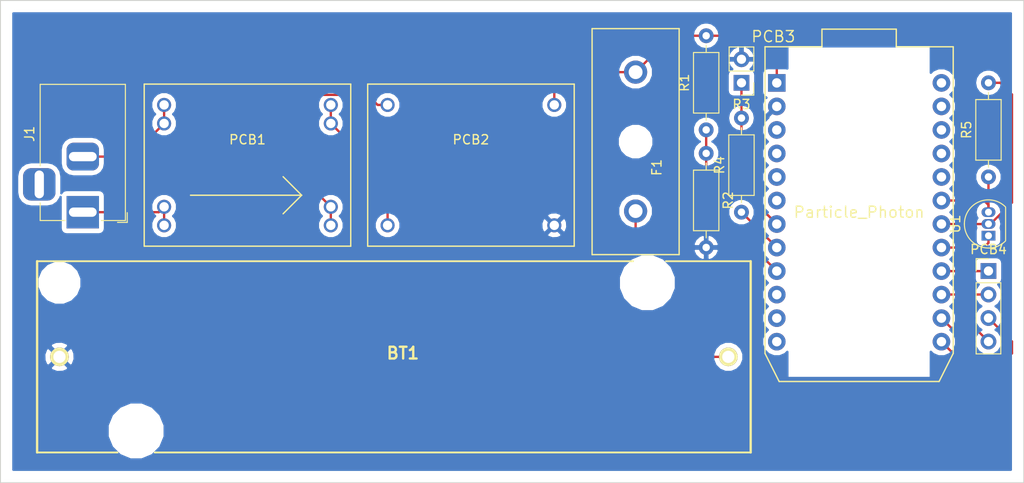
<source format=kicad_pcb>
(kicad_pcb (version 20171130) (host pcbnew 5.0.0+dfsg1-2)

  (general
    (thickness 1.6)
    (drawings 4)
    (tracks 64)
    (zones 0)
    (modules 13)
    (nets 30)
  )

  (page A4)
  (layers
    (0 F.Cu signal)
    (31 B.Cu signal)
    (32 B.Adhes user)
    (33 F.Adhes user)
    (34 B.Paste user)
    (35 F.Paste user)
    (36 B.SilkS user)
    (37 F.SilkS user)
    (38 B.Mask user)
    (39 F.Mask user)
    (40 Dwgs.User user)
    (41 Cmts.User user)
    (42 Eco1.User user)
    (43 Eco2.User user)
    (44 Edge.Cuts user)
    (45 Margin user)
    (46 B.CrtYd user)
    (47 F.CrtYd user)
    (48 B.Fab user)
    (49 F.Fab user hide)
  )

  (setup
    (last_trace_width 0.25)
    (trace_clearance 0.2)
    (zone_clearance 0.508)
    (zone_45_only yes)
    (trace_min 0.25)
    (segment_width 0.2)
    (edge_width 0.1)
    (via_size 0.8)
    (via_drill 0.4)
    (via_min_size 0.4)
    (via_min_drill 0.3)
    (uvia_size 0.3)
    (uvia_drill 0.1)
    (uvias_allowed no)
    (uvia_min_size 0.2)
    (uvia_min_drill 0.1)
    (pcb_text_width 0.3)
    (pcb_text_size 1.5 1.5)
    (mod_edge_width 0.15)
    (mod_text_size 1 1)
    (mod_text_width 0.15)
    (pad_size 1.5 1.5)
    (pad_drill 0.6)
    (pad_to_mask_clearance 0)
    (aux_axis_origin 0 0)
    (visible_elements FFFFFF7F)
    (pcbplotparams
      (layerselection 0x010fc_ffffffff)
      (usegerberextensions false)
      (usegerberattributes false)
      (usegerberadvancedattributes false)
      (creategerberjobfile false)
      (excludeedgelayer true)
      (linewidth 0.100000)
      (plotframeref false)
      (viasonmask false)
      (mode 1)
      (useauxorigin false)
      (hpglpennumber 1)
      (hpglpenspeed 20)
      (hpglpendiameter 15.000000)
      (psnegative false)
      (psa4output false)
      (plotreference true)
      (plotvalue true)
      (plotinvisibletext false)
      (padsonsilk false)
      (subtractmaskfromsilk false)
      (outputformat 1)
      (mirror false)
      (drillshape 1)
      (scaleselection 1)
      (outputdirectory ""))
  )

  (net 0 "")
  (net 1 GND)
  (net 2 "Net-(BT1-Pad1)")
  (net 3 +5V)
  (net 4 "Net-(J1-Pad1)")
  (net 5 "Net-(J1-Pad2)")
  (net 6 "Net-(PCB1-Pad3)")
  (net 7 "Net-(PCB1-Pad4)")
  (net 8 "Net-(PCB3-Pad3)")
  (net 9 "Net-(PCB3-Pad4)")
  (net 10 "Net-(PCB3-Pad5)")
  (net 11 "Net-(PCB3-Pad6)")
  (net 12 "Net-(PCB3-Pad7)")
  (net 13 "Net-(PCB3-Pad8)")
  (net 14 "Net-(PCB3-Pad9)")
  (net 15 "Net-(PCB3-Pad10)")
  (net 16 "Net-(PCB3-Pad11)")
  (net 17 "Net-(PCB3-Pad12)")
  (net 18 "Net-(PCB3-Pad24)")
  (net 19 "Net-(PCB3-Pad23)")
  (net 20 "Net-(PCB3-Pad22)")
  (net 21 "Net-(PCB3-Pad21)")
  (net 22 "Net-(PCB3-Pad20)")
  (net 23 "Net-(PCB3-Pad19)")
  (net 24 "Net-(PCB3-Pad18)")
  (net 25 "Net-(PCB3-Pad17)")
  (net 26 "Net-(PCB3-Pad16)")
  (net 27 "Net-(PCB3-Pad15)")
  (net 28 "Net-(PCB3-Pad14)")
  (net 29 "Net-(PCB3-Pad13)")

  (net_class Default "This is the default net class."
    (clearance 0.2)
    (trace_width 0.25)
    (via_dia 0.8)
    (via_drill 0.4)
    (uvia_dia 0.3)
    (uvia_drill 0.1)
    (add_net +5V)
    (add_net GND)
    (add_net "Net-(BT1-Pad1)")
    (add_net "Net-(J1-Pad1)")
    (add_net "Net-(J1-Pad2)")
    (add_net "Net-(PCB1-Pad3)")
    (add_net "Net-(PCB1-Pad4)")
    (add_net "Net-(PCB3-Pad10)")
    (add_net "Net-(PCB3-Pad11)")
    (add_net "Net-(PCB3-Pad12)")
    (add_net "Net-(PCB3-Pad13)")
    (add_net "Net-(PCB3-Pad14)")
    (add_net "Net-(PCB3-Pad15)")
    (add_net "Net-(PCB3-Pad16)")
    (add_net "Net-(PCB3-Pad17)")
    (add_net "Net-(PCB3-Pad18)")
    (add_net "Net-(PCB3-Pad19)")
    (add_net "Net-(PCB3-Pad20)")
    (add_net "Net-(PCB3-Pad21)")
    (add_net "Net-(PCB3-Pad22)")
    (add_net "Net-(PCB3-Pad23)")
    (add_net "Net-(PCB3-Pad24)")
    (add_net "Net-(PCB3-Pad3)")
    (add_net "Net-(PCB3-Pad4)")
    (add_net "Net-(PCB3-Pad5)")
    (add_net "Net-(PCB3-Pad6)")
    (add_net "Net-(PCB3-Pad7)")
    (add_net "Net-(PCB3-Pad8)")
    (add_net "Net-(PCB3-Pad9)")
  )

  (module IPRO_smart_pot:1043_battery_holder (layer F.Cu) (tedit 5C79D3AE) (tstamp 5CA26FDA)
    (at 87.63 44.45 180)
    (descr 1043)
    (tags "Undefined or Miscellaneous")
    (path /5C70CB48)
    (fp_text reference BT1 (at 26.40125 -7.6046 180) (layer F.SilkS)
      (effects (font (size 1.27 1.27) (thickness 0.254)))
    )
    (fp_text value Battery_Cell (at 26.40125 -7.6046 180) (layer F.SilkS) hide
      (effects (font (size 1.27 1.27) (thickness 0.254)))
    )
    (fp_line (start 65.895 -18.325) (end 57.209 -18.325) (layer F.SilkS) (width 0.2))
    (fp_line (start -11.155 2.325) (end -2.009 2.325) (layer F.SilkS) (width 0.2))
    (fp_line (start -11.155 -18.325) (end 53.191 -18.325) (layer F.SilkS) (width 0.2))
    (fp_line (start 65.895 2.325) (end 1.549 2.325) (layer F.SilkS) (width 0.2))
    (fp_line (start 65.895 2.325) (end 65.895 -18.325) (layer F.SilkS) (width 0.254))
    (fp_line (start -11.155 -18.325) (end -11.155 2.325) (layer F.SilkS) (width 0.254))
    (fp_line (start -11.155 2.325) (end -11.155 -18.325) (layer Dwgs.User) (width 0.2))
    (fp_line (start 65.895 2.325) (end -11.155 2.325) (layer Dwgs.User) (width 0.2))
    (fp_line (start 65.895 -18.325) (end 65.895 2.325) (layer Dwgs.User) (width 0.2))
    (fp_line (start -11.155 -18.325) (end 65.895 -18.325) (layer Dwgs.User) (width 0.2))
    (pad 1 thru_hole circle (at -8.74 -8 270) (size 2 2) (drill 1.32) (layers *.Cu *.Mask F.SilkS)
      (net 2 "Net-(BT1-Pad1)"))
    (pad "" np_thru_hole circle (at 55.2 -16 270) (size 3.55 3.55) (drill 3.55) (layers *.Cu *.Mask))
    (pad 2 thru_hole circle (at 63.48 -8 270) (size 2 2) (drill 1.32) (layers *.Cu *.Mask F.SilkS)
      (net 1 GND))
    (pad "" np_thru_hole circle (at 63.48 0 270) (size 2.39 2.39) (drill 2.39) (layers *.Cu *.Mask))
    (pad "" np_thru_hole circle (at 0 0 270) (size 3.55 3.55) (drill 3.55) (layers *.Cu *.Mask))
  )

  (module IPRO_smart_pot:0PTF0075P_Littelfuse_5x20mm_holder (layer F.Cu) (tedit 5C732079) (tstamp 5CA28889)
    (at 86.36 29.21 270)
    (path /5C738A46)
    (fp_text reference F1 (at 2.794 -2.286 270) (layer F.SilkS)
      (effects (font (size 1 1) (thickness 0.15)))
    )
    (fp_text value 1A (at 0 -0.5 270) (layer F.Fab)
      (effects (font (size 1 1) (thickness 0.15)))
    )
    (fp_line (start -12.2 4.7) (end -12.2 -4.7) (layer F.SilkS) (width 0.15))
    (fp_line (start 12.2 4.7) (end -12.2 4.7) (layer F.SilkS) (width 0.15))
    (fp_line (start 12.2 -4.7) (end 12.2 4.7) (layer F.SilkS) (width 0.15))
    (fp_line (start -12.2 -4.7) (end 12.2 -4.7) (layer F.SilkS) (width 0.15))
    (pad 2 thru_hole circle (at 7.5 0 270) (size 2.5 2.5) (drill 1.5) (layers *.Cu *.Mask)
      (net 2 "Net-(BT1-Pad1)"))
    (pad 1 thru_hole circle (at -7.5 0 270) (size 2.5 2.5) (drill 1.5) (layers *.Cu *.Mask)
      (net 3 +5V))
    (pad "" np_thru_hole circle (at 0 0 270) (size 2.6 2.6) (drill 2.6) (layers *.Cu *.Mask))
  )

  (module Connector_BarrelJack:BarrelJack_Horizontal (layer F.Cu) (tedit 5A1DBF6A) (tstamp 5CA287E4)
    (at 26.67 36.83 270)
    (descr "DC Barrel Jack")
    (tags "Power Jack")
    (path /5C746564)
    (fp_text reference J1 (at -8.45 5.75 270) (layer F.SilkS)
      (effects (font (size 1 1) (thickness 0.15)))
    )
    (fp_text value Barrel_Jack (at -6.2 -5.5 270) (layer F.Fab)
      (effects (font (size 1 1) (thickness 0.15)))
    )
    (fp_line (start 0 -4.5) (end -13.7 -4.5) (layer F.Fab) (width 0.1))
    (fp_line (start 0.8 4.5) (end 0.8 -3.75) (layer F.Fab) (width 0.1))
    (fp_line (start -13.7 4.5) (end 0.8 4.5) (layer F.Fab) (width 0.1))
    (fp_line (start -13.7 -4.5) (end -13.7 4.5) (layer F.Fab) (width 0.1))
    (fp_line (start -10.2 -4.5) (end -10.2 4.5) (layer F.Fab) (width 0.1))
    (fp_line (start 0.9 -4.6) (end 0.9 -2) (layer F.SilkS) (width 0.12))
    (fp_line (start -13.8 -4.6) (end 0.9 -4.6) (layer F.SilkS) (width 0.12))
    (fp_line (start 0.9 4.6) (end -1 4.6) (layer F.SilkS) (width 0.12))
    (fp_line (start 0.9 1.9) (end 0.9 4.6) (layer F.SilkS) (width 0.12))
    (fp_line (start -13.8 4.6) (end -13.8 -4.6) (layer F.SilkS) (width 0.12))
    (fp_line (start -5 4.6) (end -13.8 4.6) (layer F.SilkS) (width 0.12))
    (fp_line (start -14 4.75) (end -14 -4.75) (layer F.CrtYd) (width 0.05))
    (fp_line (start -5 4.75) (end -14 4.75) (layer F.CrtYd) (width 0.05))
    (fp_line (start -5 6.75) (end -5 4.75) (layer F.CrtYd) (width 0.05))
    (fp_line (start -1 6.75) (end -5 6.75) (layer F.CrtYd) (width 0.05))
    (fp_line (start -1 4.75) (end -1 6.75) (layer F.CrtYd) (width 0.05))
    (fp_line (start 1 4.75) (end -1 4.75) (layer F.CrtYd) (width 0.05))
    (fp_line (start 1 2) (end 1 4.75) (layer F.CrtYd) (width 0.05))
    (fp_line (start 2 2) (end 1 2) (layer F.CrtYd) (width 0.05))
    (fp_line (start 2 -2) (end 2 2) (layer F.CrtYd) (width 0.05))
    (fp_line (start 1 -2) (end 2 -2) (layer F.CrtYd) (width 0.05))
    (fp_line (start 1 -4.5) (end 1 -2) (layer F.CrtYd) (width 0.05))
    (fp_line (start 1 -4.75) (end -14 -4.75) (layer F.CrtYd) (width 0.05))
    (fp_line (start 1 -4.5) (end 1 -4.75) (layer F.CrtYd) (width 0.05))
    (fp_line (start 0.05 -4.8) (end 1.1 -4.8) (layer F.SilkS) (width 0.12))
    (fp_line (start 1.1 -3.75) (end 1.1 -4.8) (layer F.SilkS) (width 0.12))
    (fp_line (start -0.003213 -4.505425) (end 0.8 -3.75) (layer F.Fab) (width 0.1))
    (fp_text user %R (at -3 -2.95 270) (layer F.Fab)
      (effects (font (size 1 1) (thickness 0.15)))
    )
    (pad 3 thru_hole roundrect (at -3 4.7 270) (size 3.5 3.5) (drill oval 3 1) (layers *.Cu *.Mask) (roundrect_rratio 0.25))
    (pad 2 thru_hole roundrect (at -6 0 270) (size 3 3.5) (drill oval 1 3) (layers *.Cu *.Mask) (roundrect_rratio 0.25)
      (net 5 "Net-(J1-Pad2)"))
    (pad 1 thru_hole rect (at 0 0 270) (size 3.5 3.5) (drill oval 1 3) (layers *.Cu *.Mask)
      (net 4 "Net-(J1-Pad1)"))
    (model ${KISYS3DMOD}/Connector_BarrelJack.3dshapes/BarrelJack_Horizontal.wrl
      (at (xyz 0 0 0))
      (scale (xyz 1 1 1))
      (rotate (xyz 0 0 0))
    )
  )

  (module IPRO_smart_pot:MP1484EN_board (layer F.Cu) (tedit 5C70B7CB) (tstamp 5CA2883A)
    (at 44.45 31.75)
    (path /5C70BA86)
    (fp_text reference PCB1 (at 0 -2.75) (layer F.SilkS)
      (effects (font (size 1 1) (thickness 0.15)))
    )
    (fp_text value MP1484EN_board (at 0 -0.5) (layer F.Fab)
      (effects (font (size 1 1) (thickness 0.15)))
    )
    (fp_line (start 5.85 3.25) (end 3.85 1.25) (layer F.SilkS) (width 0.15))
    (fp_line (start 5.85 3.25) (end 3.85 5.25) (layer F.SilkS) (width 0.15))
    (fp_line (start -6.15 3.25) (end 5.85 3.25) (layer F.SilkS) (width 0.15))
    (fp_line (start -11.15 8.75) (end -11.15 -8.75) (layer F.SilkS) (width 0.15))
    (fp_line (start 11.15 8.75) (end -11.15 8.75) (layer F.SilkS) (width 0.15))
    (fp_line (start 11.15 -8.75) (end 11.15 8.75) (layer F.SilkS) (width 0.15))
    (fp_line (start -11.15 -8.75) (end 11.15 -8.75) (layer F.SilkS) (width 0.15))
    (pad 1 thru_hole circle (at -9 -6.5) (size 1.524 1.524) (drill 1.016) (layers *.Cu *.Mask)
      (net 5 "Net-(J1-Pad2)"))
    (pad 2 thru_hole circle (at -9 4.5) (size 1.524 1.524) (drill 1.016) (layers *.Cu *.Mask)
      (net 4 "Net-(J1-Pad1)"))
    (pad 2 thru_hole circle (at -9 6.5) (size 1.524 1.524) (drill 1.016) (layers *.Cu *.Mask)
      (net 4 "Net-(J1-Pad1)"))
    (pad 4 thru_hole circle (at 9 -6.5) (size 1.524 1.524) (drill 1.016) (layers *.Cu *.Mask)
      (net 7 "Net-(PCB1-Pad4)"))
    (pad 4 thru_hole circle (at 9 -4.5) (size 1.524 1.524) (drill 1.016) (layers *.Cu *.Mask)
      (net 7 "Net-(PCB1-Pad4)"))
    (pad 3 thru_hole circle (at 9 6.5) (size 1.524 1.524) (drill 1.016) (layers *.Cu *.Mask)
      (net 6 "Net-(PCB1-Pad3)"))
    (pad 3 thru_hole circle (at 9 4.5) (size 1.524 1.524) (drill 1.016) (layers *.Cu *.Mask)
      (net 6 "Net-(PCB1-Pad3)"))
    (pad 1 thru_hole circle (at -9 -4.5) (size 1.524 1.524) (drill 1.016) (layers *.Cu *.Mask)
      (net 5 "Net-(J1-Pad2)"))
  )

  (module IPRO_smart_pot:TP4056_board (layer F.Cu) (tedit 5C70BE06) (tstamp 5CA28869)
    (at 68.58 31.75)
    (path /5C70BFAD)
    (fp_text reference PCB2 (at 0 -2.75) (layer F.SilkS)
      (effects (font (size 1 1) (thickness 0.15)))
    )
    (fp_text value TP4056_board (at 0 -0.5) (layer F.Fab)
      (effects (font (size 1 1) (thickness 0.15)))
    )
    (fp_line (start -11.15 8.75) (end -11.15 -8.75) (layer F.SilkS) (width 0.15))
    (fp_line (start 11.15 8.75) (end -11.15 8.75) (layer F.SilkS) (width 0.15))
    (fp_line (start 11.15 -8.75) (end 11.15 8.75) (layer F.SilkS) (width 0.15))
    (fp_line (start -11.15 -8.75) (end 11.15 -8.75) (layer F.SilkS) (width 0.15))
    (pad 1 thru_hole circle (at -9 -6.5) (size 1.524 1.524) (drill 1.016) (layers *.Cu *.Mask)
      (net 6 "Net-(PCB1-Pad3)"))
    (pad 2 thru_hole circle (at -9 6.5) (size 1.524 1.524) (drill 1.016) (layers *.Cu *.Mask)
      (net 7 "Net-(PCB1-Pad4)"))
    (pad 4 thru_hole circle (at 9 -6.5) (size 1.524 1.524) (drill 1.016) (layers *.Cu *.Mask)
      (net 3 +5V))
    (pad 3 thru_hole circle (at 9 6.5) (size 1.524 1.524) (drill 1.016) (layers *.Cu *.Mask)
      (net 1 GND))
  )

  (module IPRO_smart_pot:photon_tht (layer F.Cu) (tedit 592757CD) (tstamp 5CA27058)
    (at 110.49 36.83)
    (path /5C70C883)
    (fp_text reference PCB3 (at -9.25746 -18.95874) (layer F.SilkS)
      (effects (font (size 1.2 1.2) (thickness 0.15)))
    )
    (fp_text value Particle_Photon (at 0.00254 0) (layer F.SilkS)
      (effects (font (size 1.2 1.2) (thickness 0.15)))
    )
    (fp_line (start 7.62254 22.617176) (end -7.61746 22.617176) (layer F.CrtYd) (width 0.15))
    (fp_line (start -7.61746 22.617176) (end -7.61746 10.28172) (layer F.CrtYd) (width 0.15))
    (fp_line (start 7.62254 22.617176) (end 7.62254 10.28172) (layer F.CrtYd) (width 0.15))
    (fp_line (start 7.62254 10.28172) (end -7.61746 10.28172) (layer F.CrtYd) (width 0.15))
    (fp_line (start -4.01066 -19.76374) (end 4.01574 -19.76374) (layer F.SilkS) (width 0.15))
    (fp_line (start 4.01574 -19.76374) (end 4.01574 -17.85874) (layer F.SilkS) (width 0.15))
    (fp_line (start -4.01066 -19.76374) (end -4.01066 -17.85874) (layer F.SilkS) (width 0.15))
    (fp_line (start -4.01066 -17.85828) (end -10.15746 -17.85828) (layer F.SilkS) (width 0.15))
    (fp_line (start 4.01574 -17.85874) (end 10.16254 -17.85874) (layer F.SilkS) (width 0.15))
    (fp_line (start -10.15746 -17.85828) (end -10.15746 15.25172) (layer F.SilkS) (width 0.15))
    (fp_line (start 10.16254 -17.85874) (end 10.16254 15.25172) (layer F.SilkS) (width 0.15))
    (fp_line (start -8.63346 18.28172) (end 8.63854 18.28172) (layer F.SilkS) (width 0.15))
    (fp_line (start -10.15746 15.25172) (end -8.63346 18.28172) (layer F.SilkS) (width 0.15))
    (fp_line (start 10.16254 15.25172) (end 8.63854 18.28172) (layer F.SilkS) (width 0.15))
    (fp_line (start -7.61746 22.617176) (end -7.61746 10.28172) (layer B.CrtYd) (width 0.15))
    (fp_line (start 7.62254 22.617176) (end -7.61746 22.617176) (layer B.CrtYd) (width 0.15))
    (fp_line (start 7.62254 10.28172) (end -7.61746 10.28172) (layer B.CrtYd) (width 0.15))
    (fp_line (start 7.62254 22.617176) (end 7.62254 10.28172) (layer B.CrtYd) (width 0.15))
    (fp_text user "Antenna area" (at -0.05588 13.132816) (layer F.Fab)
      (effects (font (size 1 1) (thickness 0.15)))
    )
    (fp_text user "route no signals" (at -0.05588 16.43126) (layer F.Fab)
      (effects (font (size 1 1) (thickness 0.15)))
    )
    (fp_text user "no pwr/gnd planes" (at -0.07366 19.91106) (layer F.Fab)
      (effects (font (size 1 1) (thickness 0.15)))
    )
    (pad 13 thru_hole circle (at 8.89254 13.98172) (size 1.9 1.9) (drill 1.02) (layers *.Cu *.Mask)
      (net 29 "Net-(PCB3-Pad13)"))
    (pad 14 thru_hole circle (at 8.89254 11.44172) (size 1.9 1.9) (drill 1.02) (layers *.Cu *.Mask)
      (net 28 "Net-(PCB3-Pad14)"))
    (pad 15 thru_hole circle (at 8.89254 8.90172) (size 1.9 1.9) (drill 1.02) (layers *.Cu *.Mask)
      (net 27 "Net-(PCB3-Pad15)"))
    (pad 16 thru_hole circle (at 8.89254 6.36172) (size 1.9 1.9) (drill 1.02) (layers *.Cu *.Mask)
      (net 26 "Net-(PCB3-Pad16)"))
    (pad 17 thru_hole circle (at 8.89254 3.82172) (size 1.9 1.9) (drill 1.02) (layers *.Cu *.Mask)
      (net 25 "Net-(PCB3-Pad17)"))
    (pad 18 thru_hole circle (at 8.89254 1.28172) (size 1.9 1.9) (drill 1.02) (layers *.Cu *.Mask)
      (net 24 "Net-(PCB3-Pad18)"))
    (pad 19 thru_hole circle (at 8.89254 -1.25828) (size 1.9 1.9) (drill 1.02) (layers *.Cu *.Mask)
      (net 23 "Net-(PCB3-Pad19)"))
    (pad 20 thru_hole circle (at 8.89254 -3.79828) (size 1.9 1.9) (drill 1.02) (layers *.Cu *.Mask)
      (net 22 "Net-(PCB3-Pad20)"))
    (pad 21 thru_hole circle (at 8.89254 -6.33828) (size 1.9 1.9) (drill 1.02) (layers *.Cu *.Mask)
      (net 21 "Net-(PCB3-Pad21)"))
    (pad 22 thru_hole circle (at 8.89254 -8.87828) (size 1.9 1.9) (drill 1.02) (layers *.Cu *.Mask)
      (net 20 "Net-(PCB3-Pad22)"))
    (pad 23 thru_hole circle (at 8.89254 -11.41828) (size 1.9 1.9) (drill 1.02) (layers *.Cu *.Mask)
      (net 19 "Net-(PCB3-Pad23)"))
    (pad 24 thru_hole circle (at 8.89254 -13.95828) (size 1.9 1.9) (drill 1.02) (layers *.Cu *.Mask)
      (net 18 "Net-(PCB3-Pad24)"))
    (pad 12 thru_hole circle (at -8.88746 13.98172) (size 1.9 1.9) (drill 1.02) (layers *.Cu *.Mask)
      (net 17 "Net-(PCB3-Pad12)"))
    (pad 11 thru_hole circle (at -8.88746 11.44172) (size 1.9 1.9) (drill 1.02) (layers *.Cu *.Mask)
      (net 16 "Net-(PCB3-Pad11)"))
    (pad 10 thru_hole circle (at -8.88746 8.90172) (size 1.9 1.9) (drill 1.02) (layers *.Cu *.Mask)
      (net 15 "Net-(PCB3-Pad10)"))
    (pad 9 thru_hole circle (at -8.88746 6.36172) (size 1.9 1.9) (drill 1.02) (layers *.Cu *.Mask)
      (net 14 "Net-(PCB3-Pad9)"))
    (pad 8 thru_hole circle (at -8.88746 3.82172) (size 1.9 1.9) (drill 1.02) (layers *.Cu *.Mask)
      (net 13 "Net-(PCB3-Pad8)"))
    (pad 7 thru_hole circle (at -8.88746 1.28172) (size 1.9 1.9) (drill 1.02) (layers *.Cu *.Mask)
      (net 12 "Net-(PCB3-Pad7)"))
    (pad 6 thru_hole circle (at -8.88746 -1.25828) (size 1.9 1.9) (drill 1.02) (layers *.Cu *.Mask)
      (net 11 "Net-(PCB3-Pad6)"))
    (pad 5 thru_hole circle (at -8.88746 -3.79828) (size 1.9 1.9) (drill 1.02) (layers *.Cu *.Mask)
      (net 10 "Net-(PCB3-Pad5)"))
    (pad 4 thru_hole circle (at -8.88746 -6.33828) (size 1.9 1.9) (drill 1.02) (layers *.Cu *.Mask)
      (net 9 "Net-(PCB3-Pad4)"))
    (pad 3 thru_hole circle (at -8.88746 -8.87828) (size 1.9 1.9) (drill 1.02) (layers *.Cu *.Mask)
      (net 8 "Net-(PCB3-Pad3)"))
    (pad 2 thru_hole circle (at -8.88746 -11.41828) (size 1.9 1.9) (drill 1.02) (layers *.Cu *.Mask)
      (net 1 GND))
    (pad 1 thru_hole rect (at -8.88746 -13.95828) (size 1.9 1.9) (drill 1.02) (layers *.Cu *.Mask)
      (net 3 +5V))
  )

  (module Connector_PinHeader_2.54mm:PinHeader_1x04_P2.54mm_Vertical (layer F.Cu) (tedit 59FED5CC) (tstamp 5CA27070)
    (at 124.46 43.18)
    (descr "Through hole straight pin header, 1x04, 2.54mm pitch, single row")
    (tags "Through hole pin header THT 1x04 2.54mm single row")
    (path /5C73D987)
    (fp_text reference PCB4 (at 0 -2.33) (layer F.SilkS)
      (effects (font (size 1 1) (thickness 0.15)))
    )
    (fp_text value STEMMA_sensor (at 0 9.95) (layer F.Fab)
      (effects (font (size 1 1) (thickness 0.15)))
    )
    (fp_text user %R (at 0 3.81 90) (layer F.Fab)
      (effects (font (size 1 1) (thickness 0.15)))
    )
    (fp_line (start 1.8 -1.8) (end -1.8 -1.8) (layer F.CrtYd) (width 0.05))
    (fp_line (start 1.8 9.4) (end 1.8 -1.8) (layer F.CrtYd) (width 0.05))
    (fp_line (start -1.8 9.4) (end 1.8 9.4) (layer F.CrtYd) (width 0.05))
    (fp_line (start -1.8 -1.8) (end -1.8 9.4) (layer F.CrtYd) (width 0.05))
    (fp_line (start -1.33 -1.33) (end 0 -1.33) (layer F.SilkS) (width 0.12))
    (fp_line (start -1.33 0) (end -1.33 -1.33) (layer F.SilkS) (width 0.12))
    (fp_line (start -1.33 1.27) (end 1.33 1.27) (layer F.SilkS) (width 0.12))
    (fp_line (start 1.33 1.27) (end 1.33 8.95) (layer F.SilkS) (width 0.12))
    (fp_line (start -1.33 1.27) (end -1.33 8.95) (layer F.SilkS) (width 0.12))
    (fp_line (start -1.33 8.95) (end 1.33 8.95) (layer F.SilkS) (width 0.12))
    (fp_line (start -1.27 -0.635) (end -0.635 -1.27) (layer F.Fab) (width 0.1))
    (fp_line (start -1.27 8.89) (end -1.27 -0.635) (layer F.Fab) (width 0.1))
    (fp_line (start 1.27 8.89) (end -1.27 8.89) (layer F.Fab) (width 0.1))
    (fp_line (start 1.27 -1.27) (end 1.27 8.89) (layer F.Fab) (width 0.1))
    (fp_line (start -0.635 -1.27) (end 1.27 -1.27) (layer F.Fab) (width 0.1))
    (pad 4 thru_hole oval (at 0 7.62) (size 1.7 1.7) (drill 1) (layers *.Cu *.Mask)
      (net 28 "Net-(PCB3-Pad14)"))
    (pad 3 thru_hole oval (at 0 5.08) (size 1.7 1.7) (drill 1) (layers *.Cu *.Mask)
      (net 29 "Net-(PCB3-Pad13)"))
    (pad 2 thru_hole oval (at 0 2.54) (size 1.7 1.7) (drill 1) (layers *.Cu *.Mask)
      (net 27 "Net-(PCB3-Pad15)"))
    (pad 1 thru_hole rect (at 0 0) (size 1.7 1.7) (drill 1) (layers *.Cu *.Mask)
      (net 26 "Net-(PCB3-Pad16)"))
    (model ${KISYS3DMOD}/Connector_PinHeader_2.54mm.3dshapes/PinHeader_1x04_P2.54mm_Vertical.wrl
      (at (xyz 0 0 0))
      (scale (xyz 1 1 1))
      (rotate (xyz 0 0 0))
    )
  )

  (module Resistor_THT:R_Axial_DIN0207_L6.3mm_D2.5mm_P10.16mm_Horizontal (layer F.Cu) (tedit 5AE5139B) (tstamp 5CA288CA)
    (at 93.98 27.94 90)
    (descr "Resistor, Axial_DIN0207 series, Axial, Horizontal, pin pitch=10.16mm, 0.25W = 1/4W, length*diameter=6.3*2.5mm^2, http://cdn-reichelt.de/documents/datenblatt/B400/1_4W%23YAG.pdf")
    (tags "Resistor Axial_DIN0207 series Axial Horizontal pin pitch 10.16mm 0.25W = 1/4W length 6.3mm diameter 2.5mm")
    (path /5C7317EB)
    (fp_text reference R1 (at 5.08 -2.37 90) (layer F.SilkS)
      (effects (font (size 1 1) (thickness 0.15)))
    )
    (fp_text value 100K (at 5.08 2.37 90) (layer F.Fab)
      (effects (font (size 1 1) (thickness 0.15)))
    )
    (fp_text user %R (at 5.08 0 90) (layer F.Fab)
      (effects (font (size 1 1) (thickness 0.15)))
    )
    (fp_line (start 11.21 -1.5) (end -1.05 -1.5) (layer F.CrtYd) (width 0.05))
    (fp_line (start 11.21 1.5) (end 11.21 -1.5) (layer F.CrtYd) (width 0.05))
    (fp_line (start -1.05 1.5) (end 11.21 1.5) (layer F.CrtYd) (width 0.05))
    (fp_line (start -1.05 -1.5) (end -1.05 1.5) (layer F.CrtYd) (width 0.05))
    (fp_line (start 9.12 0) (end 8.35 0) (layer F.SilkS) (width 0.12))
    (fp_line (start 1.04 0) (end 1.81 0) (layer F.SilkS) (width 0.12))
    (fp_line (start 8.35 -1.37) (end 1.81 -1.37) (layer F.SilkS) (width 0.12))
    (fp_line (start 8.35 1.37) (end 8.35 -1.37) (layer F.SilkS) (width 0.12))
    (fp_line (start 1.81 1.37) (end 8.35 1.37) (layer F.SilkS) (width 0.12))
    (fp_line (start 1.81 -1.37) (end 1.81 1.37) (layer F.SilkS) (width 0.12))
    (fp_line (start 10.16 0) (end 8.23 0) (layer F.Fab) (width 0.1))
    (fp_line (start 0 0) (end 1.93 0) (layer F.Fab) (width 0.1))
    (fp_line (start 8.23 -1.25) (end 1.93 -1.25) (layer F.Fab) (width 0.1))
    (fp_line (start 8.23 1.25) (end 8.23 -1.25) (layer F.Fab) (width 0.1))
    (fp_line (start 1.93 1.25) (end 8.23 1.25) (layer F.Fab) (width 0.1))
    (fp_line (start 1.93 -1.25) (end 1.93 1.25) (layer F.Fab) (width 0.1))
    (pad 2 thru_hole oval (at 10.16 0 90) (size 1.6 1.6) (drill 0.8) (layers *.Cu *.Mask)
      (net 3 +5V))
    (pad 1 thru_hole circle (at 0 0 90) (size 1.6 1.6) (drill 0.8) (layers *.Cu *.Mask)
      (net 14 "Net-(PCB3-Pad9)"))
    (model ${KISYS3DMOD}/Resistor_THT.3dshapes/R_Axial_DIN0207_L6.3mm_D2.5mm_P10.16mm_Horizontal.wrl
      (at (xyz 0 0 0))
      (scale (xyz 1 1 1))
      (rotate (xyz 0 0 0))
    )
  )

  (module Resistor_THT:R_Axial_DIN0207_L6.3mm_D2.5mm_P10.16mm_Horizontal (layer F.Cu) (tedit 5AE5139B) (tstamp 5CA2709E)
    (at 93.98 30.48 270)
    (descr "Resistor, Axial_DIN0207 series, Axial, Horizontal, pin pitch=10.16mm, 0.25W = 1/4W, length*diameter=6.3*2.5mm^2, http://cdn-reichelt.de/documents/datenblatt/B400/1_4W%23YAG.pdf")
    (tags "Resistor Axial_DIN0207 series Axial Horizontal pin pitch 10.16mm 0.25W = 1/4W length 6.3mm diameter 2.5mm")
    (path /5C7318BB)
    (fp_text reference R2 (at 5.08 -2.37 270) (layer F.SilkS)
      (effects (font (size 1 1) (thickness 0.15)))
    )
    (fp_text value 100K (at 5.08 2.37 270) (layer F.Fab)
      (effects (font (size 1 1) (thickness 0.15)))
    )
    (fp_text user %R (at 5.08 0 270) (layer F.Fab)
      (effects (font (size 1 1) (thickness 0.15)))
    )
    (fp_line (start 11.21 -1.5) (end -1.05 -1.5) (layer F.CrtYd) (width 0.05))
    (fp_line (start 11.21 1.5) (end 11.21 -1.5) (layer F.CrtYd) (width 0.05))
    (fp_line (start -1.05 1.5) (end 11.21 1.5) (layer F.CrtYd) (width 0.05))
    (fp_line (start -1.05 -1.5) (end -1.05 1.5) (layer F.CrtYd) (width 0.05))
    (fp_line (start 9.12 0) (end 8.35 0) (layer F.SilkS) (width 0.12))
    (fp_line (start 1.04 0) (end 1.81 0) (layer F.SilkS) (width 0.12))
    (fp_line (start 8.35 -1.37) (end 1.81 -1.37) (layer F.SilkS) (width 0.12))
    (fp_line (start 8.35 1.37) (end 8.35 -1.37) (layer F.SilkS) (width 0.12))
    (fp_line (start 1.81 1.37) (end 8.35 1.37) (layer F.SilkS) (width 0.12))
    (fp_line (start 1.81 -1.37) (end 1.81 1.37) (layer F.SilkS) (width 0.12))
    (fp_line (start 10.16 0) (end 8.23 0) (layer F.Fab) (width 0.1))
    (fp_line (start 0 0) (end 1.93 0) (layer F.Fab) (width 0.1))
    (fp_line (start 8.23 -1.25) (end 1.93 -1.25) (layer F.Fab) (width 0.1))
    (fp_line (start 8.23 1.25) (end 8.23 -1.25) (layer F.Fab) (width 0.1))
    (fp_line (start 1.93 1.25) (end 8.23 1.25) (layer F.Fab) (width 0.1))
    (fp_line (start 1.93 -1.25) (end 1.93 1.25) (layer F.Fab) (width 0.1))
    (pad 2 thru_hole oval (at 10.16 0 270) (size 1.6 1.6) (drill 0.8) (layers *.Cu *.Mask)
      (net 1 GND))
    (pad 1 thru_hole circle (at 0 0 270) (size 1.6 1.6) (drill 0.8) (layers *.Cu *.Mask)
      (net 14 "Net-(PCB3-Pad9)"))
    (model ${KISYS3DMOD}/Resistor_THT.3dshapes/R_Axial_DIN0207_L6.3mm_D2.5mm_P10.16mm_Horizontal.wrl
      (at (xyz 0 0 0))
      (scale (xyz 1 1 1))
      (rotate (xyz 0 0 0))
    )
  )

  (module Connector_PinHeader_2.54mm:PinHeader_1x02_P2.54mm_Vertical (layer F.Cu) (tedit 59FED5CC) (tstamp 5CA270B4)
    (at 97.79 22.86 180)
    (descr "Through hole straight pin header, 1x02, 2.54mm pitch, single row")
    (tags "Through hole pin header THT 1x02 2.54mm single row")
    (path /5C73081B)
    (fp_text reference R3 (at 0 -2.33 180) (layer F.SilkS)
      (effects (font (size 1 1) (thickness 0.15)))
    )
    (fp_text value 1M (at 0 4.87 180) (layer F.Fab)
      (effects (font (size 1 1) (thickness 0.15)))
    )
    (fp_text user %R (at 0 1.27 270) (layer F.Fab)
      (effects (font (size 1 1) (thickness 0.15)))
    )
    (fp_line (start 1.8 -1.8) (end -1.8 -1.8) (layer F.CrtYd) (width 0.05))
    (fp_line (start 1.8 4.35) (end 1.8 -1.8) (layer F.CrtYd) (width 0.05))
    (fp_line (start -1.8 4.35) (end 1.8 4.35) (layer F.CrtYd) (width 0.05))
    (fp_line (start -1.8 -1.8) (end -1.8 4.35) (layer F.CrtYd) (width 0.05))
    (fp_line (start -1.33 -1.33) (end 0 -1.33) (layer F.SilkS) (width 0.12))
    (fp_line (start -1.33 0) (end -1.33 -1.33) (layer F.SilkS) (width 0.12))
    (fp_line (start -1.33 1.27) (end 1.33 1.27) (layer F.SilkS) (width 0.12))
    (fp_line (start 1.33 1.27) (end 1.33 3.87) (layer F.SilkS) (width 0.12))
    (fp_line (start -1.33 1.27) (end -1.33 3.87) (layer F.SilkS) (width 0.12))
    (fp_line (start -1.33 3.87) (end 1.33 3.87) (layer F.SilkS) (width 0.12))
    (fp_line (start -1.27 -0.635) (end -0.635 -1.27) (layer F.Fab) (width 0.1))
    (fp_line (start -1.27 3.81) (end -1.27 -0.635) (layer F.Fab) (width 0.1))
    (fp_line (start 1.27 3.81) (end -1.27 3.81) (layer F.Fab) (width 0.1))
    (fp_line (start 1.27 -1.27) (end 1.27 3.81) (layer F.Fab) (width 0.1))
    (fp_line (start -0.635 -1.27) (end 1.27 -1.27) (layer F.Fab) (width 0.1))
    (pad 2 thru_hole oval (at 0 2.54 180) (size 1.7 1.7) (drill 1) (layers *.Cu *.Mask)
      (net 1 GND))
    (pad 1 thru_hole rect (at 0 0 180) (size 1.7 1.7) (drill 1) (layers *.Cu *.Mask)
      (net 12 "Net-(PCB3-Pad7)"))
    (model ${KISYS3DMOD}/Connector_PinHeader_2.54mm.3dshapes/PinHeader_1x02_P2.54mm_Vertical.wrl
      (at (xyz 0 0 0))
      (scale (xyz 1 1 1))
      (rotate (xyz 0 0 0))
    )
  )

  (module Resistor_THT:R_Axial_DIN0207_L6.3mm_D2.5mm_P10.16mm_Horizontal (layer F.Cu) (tedit 5AE5139B) (tstamp 5CA270CB)
    (at 97.79 36.83 90)
    (descr "Resistor, Axial_DIN0207 series, Axial, Horizontal, pin pitch=10.16mm, 0.25W = 1/4W, length*diameter=6.3*2.5mm^2, http://cdn-reichelt.de/documents/datenblatt/B400/1_4W%23YAG.pdf")
    (tags "Resistor Axial_DIN0207 series Axial Horizontal pin pitch 10.16mm 0.25W = 1/4W length 6.3mm diameter 2.5mm")
    (path /5C731060)
    (fp_text reference R4 (at 5.08 -2.37 90) (layer F.SilkS)
      (effects (font (size 1 1) (thickness 0.15)))
    )
    (fp_text value 10K (at 5.08 2.37 90) (layer F.Fab)
      (effects (font (size 1 1) (thickness 0.15)))
    )
    (fp_text user %R (at 5.08 0 90) (layer F.Fab)
      (effects (font (size 1 1) (thickness 0.15)))
    )
    (fp_line (start 11.21 -1.5) (end -1.05 -1.5) (layer F.CrtYd) (width 0.05))
    (fp_line (start 11.21 1.5) (end 11.21 -1.5) (layer F.CrtYd) (width 0.05))
    (fp_line (start -1.05 1.5) (end 11.21 1.5) (layer F.CrtYd) (width 0.05))
    (fp_line (start -1.05 -1.5) (end -1.05 1.5) (layer F.CrtYd) (width 0.05))
    (fp_line (start 9.12 0) (end 8.35 0) (layer F.SilkS) (width 0.12))
    (fp_line (start 1.04 0) (end 1.81 0) (layer F.SilkS) (width 0.12))
    (fp_line (start 8.35 -1.37) (end 1.81 -1.37) (layer F.SilkS) (width 0.12))
    (fp_line (start 8.35 1.37) (end 8.35 -1.37) (layer F.SilkS) (width 0.12))
    (fp_line (start 1.81 1.37) (end 8.35 1.37) (layer F.SilkS) (width 0.12))
    (fp_line (start 1.81 -1.37) (end 1.81 1.37) (layer F.SilkS) (width 0.12))
    (fp_line (start 10.16 0) (end 8.23 0) (layer F.Fab) (width 0.1))
    (fp_line (start 0 0) (end 1.93 0) (layer F.Fab) (width 0.1))
    (fp_line (start 8.23 -1.25) (end 1.93 -1.25) (layer F.Fab) (width 0.1))
    (fp_line (start 8.23 1.25) (end 8.23 -1.25) (layer F.Fab) (width 0.1))
    (fp_line (start 1.93 1.25) (end 8.23 1.25) (layer F.Fab) (width 0.1))
    (fp_line (start 1.93 -1.25) (end 1.93 1.25) (layer F.Fab) (width 0.1))
    (pad 2 thru_hole oval (at 10.16 0 90) (size 1.6 1.6) (drill 0.8) (layers *.Cu *.Mask)
      (net 12 "Net-(PCB3-Pad7)"))
    (pad 1 thru_hole circle (at 0 0 90) (size 1.6 1.6) (drill 0.8) (layers *.Cu *.Mask)
      (net 13 "Net-(PCB3-Pad8)"))
    (model ${KISYS3DMOD}/Resistor_THT.3dshapes/R_Axial_DIN0207_L6.3mm_D2.5mm_P10.16mm_Horizontal.wrl
      (at (xyz 0 0 0))
      (scale (xyz 1 1 1))
      (rotate (xyz 0 0 0))
    )
  )

  (module Resistor_THT:R_Axial_DIN0207_L6.3mm_D2.5mm_P10.16mm_Horizontal (layer F.Cu) (tedit 5AE5139B) (tstamp 5CA27520)
    (at 124.46 33.02 90)
    (descr "Resistor, Axial_DIN0207 series, Axial, Horizontal, pin pitch=10.16mm, 0.25W = 1/4W, length*diameter=6.3*2.5mm^2, http://cdn-reichelt.de/documents/datenblatt/B400/1_4W%23YAG.pdf")
    (tags "Resistor Axial_DIN0207 series Axial Horizontal pin pitch 10.16mm 0.25W = 1/4W length 6.3mm diameter 2.5mm")
    (path /5C732CC2)
    (fp_text reference R5 (at 5.08 -2.37 90) (layer F.SilkS)
      (effects (font (size 1 1) (thickness 0.15)))
    )
    (fp_text value 4.7K (at 5.08 2.37 90) (layer F.Fab)
      (effects (font (size 1 1) (thickness 0.15)))
    )
    (fp_text user %R (at 5.08 0 90) (layer F.Fab)
      (effects (font (size 1 1) (thickness 0.15)))
    )
    (fp_line (start 11.21 -1.5) (end -1.05 -1.5) (layer F.CrtYd) (width 0.05))
    (fp_line (start 11.21 1.5) (end 11.21 -1.5) (layer F.CrtYd) (width 0.05))
    (fp_line (start -1.05 1.5) (end 11.21 1.5) (layer F.CrtYd) (width 0.05))
    (fp_line (start -1.05 -1.5) (end -1.05 1.5) (layer F.CrtYd) (width 0.05))
    (fp_line (start 9.12 0) (end 8.35 0) (layer F.SilkS) (width 0.12))
    (fp_line (start 1.04 0) (end 1.81 0) (layer F.SilkS) (width 0.12))
    (fp_line (start 8.35 -1.37) (end 1.81 -1.37) (layer F.SilkS) (width 0.12))
    (fp_line (start 8.35 1.37) (end 8.35 -1.37) (layer F.SilkS) (width 0.12))
    (fp_line (start 1.81 1.37) (end 8.35 1.37) (layer F.SilkS) (width 0.12))
    (fp_line (start 1.81 -1.37) (end 1.81 1.37) (layer F.SilkS) (width 0.12))
    (fp_line (start 10.16 0) (end 8.23 0) (layer F.Fab) (width 0.1))
    (fp_line (start 0 0) (end 1.93 0) (layer F.Fab) (width 0.1))
    (fp_line (start 8.23 -1.25) (end 1.93 -1.25) (layer F.Fab) (width 0.1))
    (fp_line (start 8.23 1.25) (end 8.23 -1.25) (layer F.Fab) (width 0.1))
    (fp_line (start 1.93 1.25) (end 8.23 1.25) (layer F.Fab) (width 0.1))
    (fp_line (start 1.93 -1.25) (end 1.93 1.25) (layer F.Fab) (width 0.1))
    (pad 2 thru_hole oval (at 10.16 0 90) (size 1.6 1.6) (drill 0.8) (layers *.Cu *.Mask)
      (net 24 "Net-(PCB3-Pad18)"))
    (pad 1 thru_hole circle (at 0 0 90) (size 1.6 1.6) (drill 0.8) (layers *.Cu *.Mask)
      (net 23 "Net-(PCB3-Pad19)"))
    (model ${KISYS3DMOD}/Resistor_THT.3dshapes/R_Axial_DIN0207_L6.3mm_D2.5mm_P10.16mm_Horizontal.wrl
      (at (xyz 0 0 0))
      (scale (xyz 1 1 1))
      (rotate (xyz 0 0 0))
    )
  )

  (module Package_TO_SOT_THT:TO-92_Inline (layer F.Cu) (tedit 5A1DD157) (tstamp 5CA270F4)
    (at 124.46 39.37 90)
    (descr "TO-92 leads in-line, narrow, oval pads, drill 0.75mm (see NXP sot054_po.pdf)")
    (tags "to-92 sc-43 sc-43a sot54 PA33 transistor")
    (path /5C732BF9)
    (fp_text reference U1 (at 1.27 -3.56 90) (layer F.SilkS)
      (effects (font (size 1 1) (thickness 0.15)))
    )
    (fp_text value DS18S20 (at 1.27 2.79 90) (layer F.Fab)
      (effects (font (size 1 1) (thickness 0.15)))
    )
    (fp_arc (start 1.27 0) (end 1.27 -2.6) (angle 135) (layer F.SilkS) (width 0.12))
    (fp_arc (start 1.27 0) (end 1.27 -2.48) (angle -135) (layer F.Fab) (width 0.1))
    (fp_arc (start 1.27 0) (end 1.27 -2.6) (angle -135) (layer F.SilkS) (width 0.12))
    (fp_arc (start 1.27 0) (end 1.27 -2.48) (angle 135) (layer F.Fab) (width 0.1))
    (fp_line (start 4 2.01) (end -1.46 2.01) (layer F.CrtYd) (width 0.05))
    (fp_line (start 4 2.01) (end 4 -2.73) (layer F.CrtYd) (width 0.05))
    (fp_line (start -1.46 -2.73) (end -1.46 2.01) (layer F.CrtYd) (width 0.05))
    (fp_line (start -1.46 -2.73) (end 4 -2.73) (layer F.CrtYd) (width 0.05))
    (fp_line (start -0.5 1.75) (end 3 1.75) (layer F.Fab) (width 0.1))
    (fp_line (start -0.53 1.85) (end 3.07 1.85) (layer F.SilkS) (width 0.12))
    (fp_text user %R (at 1.27 -3.56 90) (layer F.Fab)
      (effects (font (size 1 1) (thickness 0.15)))
    )
    (pad 1 thru_hole rect (at 0 0 90) (size 1.05 1.5) (drill 0.75) (layers *.Cu *.Mask)
      (net 25 "Net-(PCB3-Pad17)"))
    (pad 3 thru_hole oval (at 2.54 0 90) (size 1.05 1.5) (drill 0.75) (layers *.Cu *.Mask)
      (net 23 "Net-(PCB3-Pad19)"))
    (pad 2 thru_hole oval (at 1.27 0 90) (size 1.05 1.5) (drill 0.75) (layers *.Cu *.Mask)
      (net 24 "Net-(PCB3-Pad18)"))
    (model ${KISYS3DMOD}/Package_TO_SOT_THT.3dshapes/TO-92_Inline.wrl
      (at (xyz 0 0 0))
      (scale (xyz 1 1 1))
      (rotate (xyz 0 0 0))
    )
  )

  (gr_line (start 17.78 66.04) (end 17.78 13.97) (layer Edge.Cuts) (width 0.1))
  (gr_line (start 128.27 66.04) (end 17.78 66.04) (layer Edge.Cuts) (width 0.1))
  (gr_line (start 128.27 13.97) (end 128.27 66.04) (layer Edge.Cuts) (width 0.1))
  (gr_line (start 17.78 13.97) (end 128.27 13.97) (layer Edge.Cuts) (width 0.1))

  (segment (start 86.36 36.71) (end 86.36 39.37) (width 0.25) (layer F.Cu) (net 2))
  (segment (start 86.36 39.37) (end 82.55 43.18) (width 0.25) (layer F.Cu) (net 2))
  (segment (start 82.55 43.18) (end 82.55 48.26) (width 0.25) (layer F.Cu) (net 2))
  (segment (start 86.74 52.45) (end 96.37 52.45) (width 0.25) (layer F.Cu) (net 2))
  (segment (start 82.55 48.26) (end 86.74 52.45) (width 0.25) (layer F.Cu) (net 2))
  (segment (start 77.58 25.25) (end 77.58 22.75) (width 0.25) (layer F.Cu) (net 3))
  (segment (start 78.62 21.71) (end 86.36 21.71) (width 0.25) (layer F.Cu) (net 3))
  (segment (start 77.58 22.75) (end 78.62 21.71) (width 0.25) (layer F.Cu) (net 3))
  (segment (start 90.29 17.78) (end 93.98 17.78) (width 0.25) (layer F.Cu) (net 3))
  (segment (start 86.36 21.71) (end 90.29 17.78) (width 0.25) (layer F.Cu) (net 3))
  (segment (start 101.60254 19.05254) (end 101.60254 22.87172) (width 0.25) (layer F.Cu) (net 3))
  (segment (start 93.98 17.78) (end 100.33 17.78) (width 0.25) (layer F.Cu) (net 3))
  (segment (start 100.33 17.78) (end 101.60254 19.05254) (width 0.25) (layer F.Cu) (net 3))
  (segment (start 34.87 36.83) (end 35.45 36.25) (width 0.25) (layer F.Cu) (net 4))
  (segment (start 26.67 36.83) (end 34.87 36.83) (width 0.25) (layer F.Cu) (net 4))
  (segment (start 35.45 36.25) (end 35.45 38.25) (width 0.25) (layer F.Cu) (net 4))
  (segment (start 31.87 30.83) (end 35.45 27.25) (width 0.25) (layer F.Cu) (net 5))
  (segment (start 26.67 30.83) (end 31.87 30.83) (width 0.25) (layer F.Cu) (net 5))
  (segment (start 35.45 27.25) (end 35.45 25.25) (width 0.25) (layer F.Cu) (net 5))
  (segment (start 57.415369 24.162999) (end 52.037001 24.162999) (width 0.25) (layer F.Cu) (net 6))
  (segment (start 59.58 25.25) (end 58.50237 25.25) (width 0.25) (layer F.Cu) (net 6))
  (segment (start 58.50237 25.25) (end 57.415369 24.162999) (width 0.25) (layer F.Cu) (net 6))
  (segment (start 52.037001 24.162999) (end 50.8 25.4) (width 0.25) (layer F.Cu) (net 6))
  (segment (start 50.8 33.6) (end 53.45 36.25) (width 0.25) (layer F.Cu) (net 6))
  (segment (start 50.8 25.4) (end 50.8 33.6) (width 0.25) (layer F.Cu) (net 6))
  (segment (start 53.45 36.25) (end 53.45 38.25) (width 0.25) (layer F.Cu) (net 6))
  (segment (start 59.58 33.38) (end 59.58 38.25) (width 0.25) (layer F.Cu) (net 7))
  (segment (start 53.45 27.25) (end 59.58 33.38) (width 0.25) (layer F.Cu) (net 7))
  (segment (start 53.45 27.25) (end 53.45 25.51) (width 0.25) (layer F.Cu) (net 7))
  (segment (start 53.45 25.51) (end 53.45 25.25) (width 0.25) (layer F.Cu) (net 7))
  (segment (start 97.79 22.86) (end 97.79 26.67) (width 0.25) (layer F.Cu) (net 12))
  (segment (start 97.79 34.29918) (end 101.60254 38.11172) (width 0.25) (layer F.Cu) (net 12))
  (segment (start 97.79 26.67) (end 97.79 34.29918) (width 0.25) (layer F.Cu) (net 12))
  (segment (start 101.60254 40.64254) (end 101.60254 40.65172) (width 0.25) (layer F.Cu) (net 13))
  (segment (start 97.79 36.83) (end 101.60254 40.64254) (width 0.25) (layer F.Cu) (net 13))
  (segment (start 93.98 27.94) (end 93.98 30.48) (width 0.25) (layer F.Cu) (net 14))
  (segment (start 93.98 35.56918) (end 101.60254 43.19172) (width 0.25) (layer F.Cu) (net 14))
  (segment (start 93.98 30.48) (end 93.98 35.56918) (width 0.25) (layer F.Cu) (net 14))
  (segment (start 124.46 36.055) (end 124.46 36.83) (width 0.25) (layer F.Cu) (net 23))
  (segment (start 123.97672 35.57172) (end 124.46 36.055) (width 0.25) (layer F.Cu) (net 23))
  (segment (start 119.38254 35.57172) (end 123.97672 35.57172) (width 0.25) (layer F.Cu) (net 23))
  (segment (start 124.46 36.83) (end 124.46 33.02) (width 0.25) (layer F.Cu) (net 23))
  (segment (start 124.44828 38.11172) (end 124.46 38.1) (width 0.25) (layer F.Cu) (net 24))
  (segment (start 119.38254 38.11172) (end 124.44828 38.11172) (width 0.25) (layer F.Cu) (net 24))
  (segment (start 124.46 22.86) (end 125.73 22.86) (width 0.25) (layer F.Cu) (net 24))
  (segment (start 125.73 22.86) (end 127 24.13) (width 0.25) (layer F.Cu) (net 24))
  (segment (start 124.685 38.1) (end 124.46 38.1) (width 0.25) (layer F.Cu) (net 24))
  (segment (start 127 35.785) (end 124.685 38.1) (width 0.25) (layer F.Cu) (net 24))
  (segment (start 127 24.13) (end 127 35.785) (width 0.25) (layer F.Cu) (net 24))
  (segment (start 124.46 40.145) (end 124.46 39.37) (width 0.25) (layer F.Cu) (net 25))
  (segment (start 123.95328 40.65172) (end 124.46 40.145) (width 0.25) (layer F.Cu) (net 25))
  (segment (start 119.38254 40.65172) (end 123.95328 40.65172) (width 0.25) (layer F.Cu) (net 25))
  (segment (start 124.44828 43.19172) (end 124.46 43.18) (width 0.25) (layer F.Cu) (net 26))
  (segment (start 119.38254 43.19172) (end 124.44828 43.19172) (width 0.25) (layer F.Cu) (net 26))
  (segment (start 119.39426 45.72) (end 119.38254 45.73172) (width 0.25) (layer F.Cu) (net 27))
  (segment (start 124.46 45.72) (end 119.39426 45.72) (width 0.25) (layer F.Cu) (net 27))
  (segment (start 119.38254 48.27172) (end 120.64082 49.53) (width 0.25) (layer F.Cu) (net 28))
  (segment (start 123.19 49.53) (end 124.46 50.8) (width 0.25) (layer F.Cu) (net 28))
  (segment (start 120.64082 49.53) (end 123.19 49.53) (width 0.25) (layer F.Cu) (net 28))
  (segment (start 119.38254 50.81172) (end 121.91082 53.34) (width 0.25) (layer F.Cu) (net 29))
  (segment (start 121.91082 53.34) (end 125.73 53.34) (width 0.25) (layer F.Cu) (net 29))
  (segment (start 125.73 53.34) (end 127 52.07) (width 0.25) (layer F.Cu) (net 29))
  (segment (start 127 50.8) (end 124.46 48.26) (width 0.25) (layer F.Cu) (net 29))
  (segment (start 127 52.07) (end 127 50.8) (width 0.25) (layer F.Cu) (net 29))

  (zone (net 0) (net_name "") (layers F&B.Cu) (tstamp 0) (hatch edge 0.508)
    (connect_pads (clearance 0.508))
    (min_thickness 0.254)
    (keepout (tracks not_allowed) (vias not_allowed) (copperpour not_allowed))
    (fill (arc_segments 16) (thermal_gap 0.508) (thermal_bridge_width 0.508))
    (polygon
      (pts
        (xy 102.87 19.05) (xy 102.87 54.61) (xy 118.11 54.61) (xy 118.11 19.05)
      )
    )
  )
  (zone (net 1) (net_name GND) (layer B.Cu) (tstamp 5CA28D67) (hatch edge 0.508)
    (connect_pads (clearance 0.508))
    (min_thickness 0.254)
    (fill yes (arc_segments 16) (thermal_gap 0.508) (thermal_bridge_width 0.508))
    (polygon
      (pts
        (xy 19.05 64.77) (xy 127 64.77) (xy 127 15.24) (xy 19.05 15.24)
      )
    )
    (filled_polygon
      (pts
        (xy 126.873 64.643) (xy 19.177 64.643) (xy 19.177 59.836355) (xy 29.345 59.836355) (xy 29.345 61.063645)
        (xy 29.814663 62.197512) (xy 30.682488 63.065337) (xy 31.816355 63.535) (xy 33.043645 63.535) (xy 34.177512 63.065337)
        (xy 35.045337 62.197512) (xy 35.515 61.063645) (xy 35.515 59.836355) (xy 35.045337 58.702488) (xy 34.177512 57.834663)
        (xy 33.043645 57.365) (xy 31.816355 57.365) (xy 30.682488 57.834663) (xy 29.814663 58.702488) (xy 29.345 59.836355)
        (xy 19.177 59.836355) (xy 19.177 53.602532) (xy 23.177073 53.602532) (xy 23.275736 53.869387) (xy 23.885461 54.095908)
        (xy 24.53546 54.071856) (xy 25.024264 53.869387) (xy 25.122927 53.602532) (xy 24.15 52.629605) (xy 23.177073 53.602532)
        (xy 19.177 53.602532) (xy 19.177 52.185461) (xy 22.504092 52.185461) (xy 22.528144 52.83546) (xy 22.730613 53.324264)
        (xy 22.997468 53.422927) (xy 23.970395 52.45) (xy 24.329605 52.45) (xy 25.302532 53.422927) (xy 25.569387 53.324264)
        (xy 25.795908 52.714539) (xy 25.774085 52.124778) (xy 94.735 52.124778) (xy 94.735 52.775222) (xy 94.983914 53.376153)
        (xy 95.443847 53.836086) (xy 96.044778 54.085) (xy 96.695222 54.085) (xy 97.296153 53.836086) (xy 97.756086 53.376153)
        (xy 98.005 52.775222) (xy 98.005 52.124778) (xy 97.756086 51.523847) (xy 97.296153 51.063914) (xy 96.695222 50.815)
        (xy 96.044778 50.815) (xy 95.443847 51.063914) (xy 94.983914 51.523847) (xy 94.735 52.124778) (xy 25.774085 52.124778)
        (xy 25.771856 52.06454) (xy 25.569387 51.575736) (xy 25.302532 51.477073) (xy 24.329605 52.45) (xy 23.970395 52.45)
        (xy 22.997468 51.477073) (xy 22.730613 51.575736) (xy 22.504092 52.185461) (xy 19.177 52.185461) (xy 19.177 51.297468)
        (xy 23.177073 51.297468) (xy 24.15 52.270395) (xy 25.122927 51.297468) (xy 25.024264 51.030613) (xy 24.414539 50.804092)
        (xy 23.76454 50.828144) (xy 23.275736 51.030613) (xy 23.177073 51.297468) (xy 19.177 51.297468) (xy 19.177 43.975594)
        (xy 21.765 43.975594) (xy 21.765 44.924406) (xy 22.128095 45.800994) (xy 22.799006 46.471905) (xy 23.675594 46.835)
        (xy 24.624406 46.835) (xy 25.500994 46.471905) (xy 26.171905 45.800994) (xy 26.535 44.924406) (xy 26.535 43.975594)
        (xy 26.477326 43.836355) (xy 84.545 43.836355) (xy 84.545 45.063645) (xy 85.014663 46.197512) (xy 85.882488 47.065337)
        (xy 87.016355 47.535) (xy 88.243645 47.535) (xy 89.377512 47.065337) (xy 90.245337 46.197512) (xy 90.715 45.063645)
        (xy 90.715 43.836355) (xy 90.245337 42.702488) (xy 89.377512 41.834663) (xy 88.243645 41.365) (xy 87.016355 41.365)
        (xy 85.882488 41.834663) (xy 85.014663 42.702488) (xy 84.545 43.836355) (xy 26.477326 43.836355) (xy 26.171905 43.099006)
        (xy 25.500994 42.428095) (xy 24.624406 42.065) (xy 23.675594 42.065) (xy 22.799006 42.428095) (xy 22.128095 43.099006)
        (xy 21.765 43.975594) (xy 19.177 43.975594) (xy 19.177 40.989041) (xy 92.588086 40.989041) (xy 92.827611 41.495134)
        (xy 93.242577 41.871041) (xy 93.630961 42.031904) (xy 93.853 41.909915) (xy 93.853 40.767) (xy 94.107 40.767)
        (xy 94.107 41.909915) (xy 94.329039 42.031904) (xy 94.717423 41.871041) (xy 95.132389 41.495134) (xy 95.371914 40.989041)
        (xy 95.250629 40.767) (xy 94.107 40.767) (xy 93.853 40.767) (xy 92.709371 40.767) (xy 92.588086 40.989041)
        (xy 19.177 40.989041) (xy 19.177 40.290959) (xy 92.588086 40.290959) (xy 92.709371 40.513) (xy 93.853 40.513)
        (xy 93.853 39.370085) (xy 94.107 39.370085) (xy 94.107 40.513) (xy 95.250629 40.513) (xy 95.371914 40.290959)
        (xy 95.132389 39.784866) (xy 94.717423 39.408959) (xy 94.329039 39.248096) (xy 94.107 39.370085) (xy 93.853 39.370085)
        (xy 93.630961 39.248096) (xy 93.242577 39.408959) (xy 92.827611 39.784866) (xy 92.588086 40.290959) (xy 19.177 40.290959)
        (xy 19.177 32.955) (xy 19.57256 32.955) (xy 19.57256 34.705) (xy 19.688449 35.287613) (xy 20.018472 35.781528)
        (xy 20.512387 36.111551) (xy 21.095 36.22744) (xy 22.845 36.22744) (xy 23.427613 36.111551) (xy 23.921528 35.781528)
        (xy 24.251551 35.287613) (xy 24.27256 35.181994) (xy 24.27256 38.58) (xy 24.321843 38.827765) (xy 24.462191 39.037809)
        (xy 24.672235 39.178157) (xy 24.92 39.22744) (xy 28.42 39.22744) (xy 28.667765 39.178157) (xy 28.877809 39.037809)
        (xy 29.018157 38.827765) (xy 29.06744 38.58) (xy 29.06744 35.972119) (xy 34.053 35.972119) (xy 34.053 36.527881)
        (xy 34.26568 37.041337) (xy 34.474343 37.25) (xy 34.26568 37.458663) (xy 34.053 37.972119) (xy 34.053 38.527881)
        (xy 34.26568 39.041337) (xy 34.658663 39.43432) (xy 35.172119 39.647) (xy 35.727881 39.647) (xy 36.241337 39.43432)
        (xy 36.63432 39.041337) (xy 36.847 38.527881) (xy 36.847 37.972119) (xy 36.63432 37.458663) (xy 36.425657 37.25)
        (xy 36.63432 37.041337) (xy 36.847 36.527881) (xy 36.847 35.972119) (xy 52.053 35.972119) (xy 52.053 36.527881)
        (xy 52.26568 37.041337) (xy 52.474343 37.25) (xy 52.26568 37.458663) (xy 52.053 37.972119) (xy 52.053 38.527881)
        (xy 52.26568 39.041337) (xy 52.658663 39.43432) (xy 53.172119 39.647) (xy 53.727881 39.647) (xy 54.241337 39.43432)
        (xy 54.63432 39.041337) (xy 54.847 38.527881) (xy 54.847 37.972119) (xy 58.183 37.972119) (xy 58.183 38.527881)
        (xy 58.39568 39.041337) (xy 58.788663 39.43432) (xy 59.302119 39.647) (xy 59.857881 39.647) (xy 60.371337 39.43432)
        (xy 60.575444 39.230213) (xy 76.779392 39.230213) (xy 76.848857 39.472397) (xy 77.372302 39.659144) (xy 77.927368 39.631362)
        (xy 78.311143 39.472397) (xy 78.380608 39.230213) (xy 77.58 38.429605) (xy 76.779392 39.230213) (xy 60.575444 39.230213)
        (xy 60.76432 39.041337) (xy 60.977 38.527881) (xy 60.977 38.042302) (xy 76.170856 38.042302) (xy 76.198638 38.597368)
        (xy 76.357603 38.981143) (xy 76.599787 39.050608) (xy 77.400395 38.25) (xy 77.759605 38.25) (xy 78.560213 39.050608)
        (xy 78.802397 38.981143) (xy 78.989144 38.457698) (xy 78.961362 37.902632) (xy 78.802397 37.518857) (xy 78.560213 37.449392)
        (xy 77.759605 38.25) (xy 77.400395 38.25) (xy 76.599787 37.449392) (xy 76.357603 37.518857) (xy 76.170856 38.042302)
        (xy 60.977 38.042302) (xy 60.977 37.972119) (xy 60.76432 37.458663) (xy 60.575444 37.269787) (xy 76.779392 37.269787)
        (xy 77.58 38.070395) (xy 78.380608 37.269787) (xy 78.311143 37.027603) (xy 77.787698 36.840856) (xy 77.232632 36.868638)
        (xy 76.848857 37.027603) (xy 76.779392 37.269787) (xy 60.575444 37.269787) (xy 60.371337 37.06568) (xy 59.857881 36.853)
        (xy 59.302119 36.853) (xy 58.788663 37.06568) (xy 58.39568 37.458663) (xy 58.183 37.972119) (xy 54.847 37.972119)
        (xy 54.63432 37.458663) (xy 54.425657 37.25) (xy 54.63432 37.041337) (xy 54.847 36.527881) (xy 54.847 36.33505)
        (xy 84.475 36.33505) (xy 84.475 37.08495) (xy 84.761974 37.777767) (xy 85.292233 38.308026) (xy 85.98505 38.595)
        (xy 86.73495 38.595) (xy 87.427767 38.308026) (xy 87.958026 37.777767) (xy 88.245 37.08495) (xy 88.245 36.544561)
        (xy 96.355 36.544561) (xy 96.355 37.115439) (xy 96.573466 37.642862) (xy 96.977138 38.046534) (xy 97.504561 38.265)
        (xy 98.075439 38.265) (xy 98.602862 38.046534) (xy 99.006534 37.642862) (xy 99.225 37.115439) (xy 99.225 36.544561)
        (xy 99.006534 36.017138) (xy 98.602862 35.613466) (xy 98.075439 35.395) (xy 97.504561 35.395) (xy 96.977138 35.613466)
        (xy 96.573466 36.017138) (xy 96.355 36.544561) (xy 88.245 36.544561) (xy 88.245 36.33505) (xy 87.958026 35.642233)
        (xy 87.427767 35.111974) (xy 86.73495 34.825) (xy 85.98505 34.825) (xy 85.292233 35.111974) (xy 84.761974 35.642233)
        (xy 84.475 36.33505) (xy 54.847 36.33505) (xy 54.847 35.972119) (xy 54.63432 35.458663) (xy 54.241337 35.06568)
        (xy 53.727881 34.853) (xy 53.172119 34.853) (xy 52.658663 35.06568) (xy 52.26568 35.458663) (xy 52.053 35.972119)
        (xy 36.847 35.972119) (xy 36.63432 35.458663) (xy 36.241337 35.06568) (xy 35.727881 34.853) (xy 35.172119 34.853)
        (xy 34.658663 35.06568) (xy 34.26568 35.458663) (xy 34.053 35.972119) (xy 29.06744 35.972119) (xy 29.06744 35.08)
        (xy 29.018157 34.832235) (xy 28.877809 34.622191) (xy 28.667765 34.481843) (xy 28.42 34.43256) (xy 24.92 34.43256)
        (xy 24.672235 34.481843) (xy 24.462191 34.622191) (xy 24.350731 34.789001) (xy 24.36744 34.705) (xy 24.36744 32.955)
        (xy 24.251551 32.372387) (xy 23.921528 31.878472) (xy 23.427613 31.548449) (xy 22.845 31.43256) (xy 21.095 31.43256)
        (xy 20.512387 31.548449) (xy 20.018472 31.878472) (xy 19.688449 32.372387) (xy 19.57256 32.955) (xy 19.177 32.955)
        (xy 19.177 30.08) (xy 24.27256 30.08) (xy 24.27256 31.58) (xy 24.378934 32.114777) (xy 24.681861 32.568139)
        (xy 25.135223 32.871066) (xy 25.67 32.97744) (xy 27.67 32.97744) (xy 28.204777 32.871066) (xy 28.658139 32.568139)
        (xy 28.961066 32.114777) (xy 29.06744 31.58) (xy 29.06744 30.08) (xy 28.961066 29.545223) (xy 28.658139 29.091861)
        (xy 28.258911 28.825105) (xy 84.425 28.825105) (xy 84.425 29.594895) (xy 84.719586 30.30609) (xy 85.26391 30.850414)
        (xy 85.975105 31.145) (xy 86.744895 31.145) (xy 87.45609 30.850414) (xy 88.000414 30.30609) (xy 88.295 29.594895)
        (xy 88.295 28.825105) (xy 88.000414 28.11391) (xy 87.541065 27.654561) (xy 92.545 27.654561) (xy 92.545 28.225439)
        (xy 92.763466 28.752862) (xy 93.167138 29.156534) (xy 93.296216 29.21) (xy 93.167138 29.263466) (xy 92.763466 29.667138)
        (xy 92.545 30.194561) (xy 92.545 30.765439) (xy 92.763466 31.292862) (xy 93.167138 31.696534) (xy 93.694561 31.915)
        (xy 94.265439 31.915) (xy 94.792862 31.696534) (xy 95.196534 31.292862) (xy 95.415 30.765439) (xy 95.415 30.194561)
        (xy 95.196534 29.667138) (xy 94.792862 29.263466) (xy 94.663784 29.21) (xy 94.792862 29.156534) (xy 95.196534 28.752862)
        (xy 95.415 28.225439) (xy 95.415 27.654561) (xy 95.196534 27.127138) (xy 94.792862 26.723466) (xy 94.663784 26.67)
        (xy 96.326887 26.67) (xy 96.43826 27.229909) (xy 96.755423 27.704577) (xy 97.230091 28.02174) (xy 97.648667 28.105)
        (xy 97.931333 28.105) (xy 98.349909 28.02174) (xy 98.824577 27.704577) (xy 99.14174 27.229909) (xy 99.253113 26.67)
        (xy 99.14174 26.110091) (xy 98.824577 25.635423) (xy 98.349909 25.31826) (xy 97.931333 25.235) (xy 97.648667 25.235)
        (xy 97.230091 25.31826) (xy 96.755423 25.635423) (xy 96.43826 26.110091) (xy 96.326887 26.67) (xy 94.663784 26.67)
        (xy 94.265439 26.505) (xy 93.694561 26.505) (xy 93.167138 26.723466) (xy 92.763466 27.127138) (xy 92.545 27.654561)
        (xy 87.541065 27.654561) (xy 87.45609 27.569586) (xy 86.744895 27.275) (xy 85.975105 27.275) (xy 85.26391 27.569586)
        (xy 84.719586 28.11391) (xy 84.425 28.825105) (xy 28.258911 28.825105) (xy 28.204777 28.788934) (xy 27.67 28.68256)
        (xy 25.67 28.68256) (xy 25.135223 28.788934) (xy 24.681861 29.091861) (xy 24.378934 29.545223) (xy 24.27256 30.08)
        (xy 19.177 30.08) (xy 19.177 24.972119) (xy 34.053 24.972119) (xy 34.053 25.527881) (xy 34.26568 26.041337)
        (xy 34.474343 26.25) (xy 34.26568 26.458663) (xy 34.053 26.972119) (xy 34.053 27.527881) (xy 34.26568 28.041337)
        (xy 34.658663 28.43432) (xy 35.172119 28.647) (xy 35.727881 28.647) (xy 36.241337 28.43432) (xy 36.63432 28.041337)
        (xy 36.847 27.527881) (xy 36.847 26.972119) (xy 36.63432 26.458663) (xy 36.425657 26.25) (xy 36.63432 26.041337)
        (xy 36.847 25.527881) (xy 36.847 24.972119) (xy 52.053 24.972119) (xy 52.053 25.527881) (xy 52.26568 26.041337)
        (xy 52.474343 26.25) (xy 52.26568 26.458663) (xy 52.053 26.972119) (xy 52.053 27.527881) (xy 52.26568 28.041337)
        (xy 52.658663 28.43432) (xy 53.172119 28.647) (xy 53.727881 28.647) (xy 54.241337 28.43432) (xy 54.63432 28.041337)
        (xy 54.847 27.527881) (xy 54.847 26.972119) (xy 54.63432 26.458663) (xy 54.425657 26.25) (xy 54.63432 26.041337)
        (xy 54.847 25.527881) (xy 54.847 24.972119) (xy 58.183 24.972119) (xy 58.183 25.527881) (xy 58.39568 26.041337)
        (xy 58.788663 26.43432) (xy 59.302119 26.647) (xy 59.857881 26.647) (xy 60.371337 26.43432) (xy 60.76432 26.041337)
        (xy 60.977 25.527881) (xy 60.977 24.972119) (xy 76.183 24.972119) (xy 76.183 25.527881) (xy 76.39568 26.041337)
        (xy 76.788663 26.43432) (xy 77.302119 26.647) (xy 77.857881 26.647) (xy 78.371337 26.43432) (xy 78.76432 26.041337)
        (xy 78.977 25.527881) (xy 78.977 24.972119) (xy 78.76432 24.458663) (xy 78.371337 24.06568) (xy 77.857881 23.853)
        (xy 77.302119 23.853) (xy 76.788663 24.06568) (xy 76.39568 24.458663) (xy 76.183 24.972119) (xy 60.977 24.972119)
        (xy 60.76432 24.458663) (xy 60.371337 24.06568) (xy 59.857881 23.853) (xy 59.302119 23.853) (xy 58.788663 24.06568)
        (xy 58.39568 24.458663) (xy 58.183 24.972119) (xy 54.847 24.972119) (xy 54.63432 24.458663) (xy 54.241337 24.06568)
        (xy 53.727881 23.853) (xy 53.172119 23.853) (xy 52.658663 24.06568) (xy 52.26568 24.458663) (xy 52.053 24.972119)
        (xy 36.847 24.972119) (xy 36.63432 24.458663) (xy 36.241337 24.06568) (xy 35.727881 23.853) (xy 35.172119 23.853)
        (xy 34.658663 24.06568) (xy 34.26568 24.458663) (xy 34.053 24.972119) (xy 19.177 24.972119) (xy 19.177 21.33505)
        (xy 84.475 21.33505) (xy 84.475 22.08495) (xy 84.761974 22.777767) (xy 85.292233 23.308026) (xy 85.98505 23.595)
        (xy 86.73495 23.595) (xy 87.427767 23.308026) (xy 87.958026 22.777767) (xy 88.245 22.08495) (xy 88.245 22.01)
        (xy 96.29256 22.01) (xy 96.29256 23.71) (xy 96.341843 23.957765) (xy 96.482191 24.167809) (xy 96.692235 24.308157)
        (xy 96.94 24.35744) (xy 98.64 24.35744) (xy 98.887765 24.308157) (xy 99.097809 24.167809) (xy 99.238157 23.957765)
        (xy 99.28744 23.71) (xy 99.28744 22.01) (xy 99.269881 21.92172) (xy 100.0051 21.92172) (xy 100.0051 23.82172)
        (xy 100.054383 24.069485) (xy 100.194731 24.279529) (xy 100.404775 24.419877) (xy 100.437623 24.426411) (xy 100.486188 24.474976)
        (xy 100.224521 24.567512) (xy 100.006352 25.159118) (xy 100.031188 25.789181) (xy 100.224521 26.255928) (xy 100.48619 26.348465)
        (xy 101.422935 25.41172) (xy 101.408793 25.397578) (xy 101.588398 25.217973) (xy 101.60254 25.232115) (xy 101.616683 25.217973)
        (xy 101.796288 25.397578) (xy 101.782145 25.41172) (xy 101.796288 25.425863) (xy 101.616683 25.605468) (xy 101.60254 25.591325)
        (xy 100.665795 26.52807) (xy 100.696849 26.615883) (xy 100.258842 27.05389) (xy 100.01754 27.636444) (xy 100.01754 28.266996)
        (xy 100.258842 28.84955) (xy 100.631012 29.22172) (xy 100.258842 29.59389) (xy 100.01754 30.176444) (xy 100.01754 30.806996)
        (xy 100.258842 31.38955) (xy 100.631012 31.76172) (xy 100.258842 32.13389) (xy 100.01754 32.716444) (xy 100.01754 33.346996)
        (xy 100.258842 33.92955) (xy 100.631012 34.30172) (xy 100.258842 34.67389) (xy 100.01754 35.256444) (xy 100.01754 35.886996)
        (xy 100.258842 36.46955) (xy 100.631012 36.84172) (xy 100.258842 37.21389) (xy 100.01754 37.796444) (xy 100.01754 38.426996)
        (xy 100.258842 39.00955) (xy 100.631012 39.38172) (xy 100.258842 39.75389) (xy 100.01754 40.336444) (xy 100.01754 40.966996)
        (xy 100.258842 41.54955) (xy 100.631012 41.92172) (xy 100.258842 42.29389) (xy 100.01754 42.876444) (xy 100.01754 43.506996)
        (xy 100.258842 44.08955) (xy 100.631012 44.46172) (xy 100.258842 44.83389) (xy 100.01754 45.416444) (xy 100.01754 46.046996)
        (xy 100.258842 46.62955) (xy 100.631012 47.00172) (xy 100.258842 47.37389) (xy 100.01754 47.956444) (xy 100.01754 48.586996)
        (xy 100.258842 49.16955) (xy 100.631012 49.54172) (xy 100.258842 49.91389) (xy 100.01754 50.496444) (xy 100.01754 51.126996)
        (xy 100.258842 51.70955) (xy 100.70471 52.155418) (xy 101.287264 52.39672) (xy 101.917816 52.39672) (xy 102.50037 52.155418)
        (xy 102.743 51.912788) (xy 102.743 54.61) (xy 102.752667 54.658601) (xy 102.780197 54.699803) (xy 102.821399 54.727333)
        (xy 102.87 54.737) (xy 118.11 54.737) (xy 118.158601 54.727333) (xy 118.199803 54.699803) (xy 118.227333 54.658601)
        (xy 118.237 54.61) (xy 118.237 51.907708) (xy 118.48471 52.155418) (xy 119.067264 52.39672) (xy 119.697816 52.39672)
        (xy 120.28037 52.155418) (xy 120.726238 51.70955) (xy 120.96754 51.126996) (xy 120.96754 50.496444) (xy 120.726238 49.91389)
        (xy 120.354068 49.54172) (xy 120.726238 49.16955) (xy 120.96754 48.586996) (xy 120.96754 47.956444) (xy 120.726238 47.37389)
        (xy 120.354068 47.00172) (xy 120.726238 46.62955) (xy 120.96754 46.046996) (xy 120.96754 45.72) (xy 122.945908 45.72)
        (xy 123.061161 46.299418) (xy 123.389375 46.790625) (xy 123.687761 46.99) (xy 123.389375 47.189375) (xy 123.061161 47.680582)
        (xy 122.945908 48.26) (xy 123.061161 48.839418) (xy 123.389375 49.330625) (xy 123.687761 49.53) (xy 123.389375 49.729375)
        (xy 123.061161 50.220582) (xy 122.945908 50.8) (xy 123.061161 51.379418) (xy 123.389375 51.870625) (xy 123.880582 52.198839)
        (xy 124.313744 52.285) (xy 124.606256 52.285) (xy 125.039418 52.198839) (xy 125.530625 51.870625) (xy 125.858839 51.379418)
        (xy 125.974092 50.8) (xy 125.858839 50.220582) (xy 125.530625 49.729375) (xy 125.232239 49.53) (xy 125.530625 49.330625)
        (xy 125.858839 48.839418) (xy 125.974092 48.26) (xy 125.858839 47.680582) (xy 125.530625 47.189375) (xy 125.232239 46.99)
        (xy 125.530625 46.790625) (xy 125.858839 46.299418) (xy 125.974092 45.72) (xy 125.858839 45.140582) (xy 125.530625 44.649375)
        (xy 125.512381 44.637184) (xy 125.557765 44.628157) (xy 125.767809 44.487809) (xy 125.908157 44.277765) (xy 125.95744 44.03)
        (xy 125.95744 42.33) (xy 125.908157 42.082235) (xy 125.767809 41.872191) (xy 125.557765 41.731843) (xy 125.31 41.68256)
        (xy 123.61 41.68256) (xy 123.362235 41.731843) (xy 123.152191 41.872191) (xy 123.011843 42.082235) (xy 122.96256 42.33)
        (xy 122.96256 44.03) (xy 123.011843 44.277765) (xy 123.152191 44.487809) (xy 123.362235 44.628157) (xy 123.407619 44.637184)
        (xy 123.389375 44.649375) (xy 123.061161 45.140582) (xy 122.945908 45.72) (xy 120.96754 45.72) (xy 120.96754 45.416444)
        (xy 120.726238 44.83389) (xy 120.354068 44.46172) (xy 120.726238 44.08955) (xy 120.96754 43.506996) (xy 120.96754 42.876444)
        (xy 120.726238 42.29389) (xy 120.354068 41.92172) (xy 120.726238 41.54955) (xy 120.96754 40.966996) (xy 120.96754 40.336444)
        (xy 120.726238 39.75389) (xy 120.354068 39.38172) (xy 120.726238 39.00955) (xy 120.96754 38.426996) (xy 120.96754 37.796444)
        (xy 120.726238 37.21389) (xy 120.354068 36.84172) (xy 120.365788 36.83) (xy 123.052275 36.83) (xy 123.142305 37.282609)
        (xy 123.264174 37.465) (xy 123.142305 37.647391) (xy 123.052275 38.1) (xy 123.142157 38.551867) (xy 123.111843 38.597235)
        (xy 123.06256 38.845) (xy 123.06256 39.895) (xy 123.111843 40.142765) (xy 123.252191 40.352809) (xy 123.462235 40.493157)
        (xy 123.71 40.54244) (xy 125.21 40.54244) (xy 125.457765 40.493157) (xy 125.667809 40.352809) (xy 125.808157 40.142765)
        (xy 125.85744 39.895) (xy 125.85744 38.845) (xy 125.808157 38.597235) (xy 125.777843 38.551867) (xy 125.867725 38.1)
        (xy 125.777695 37.647391) (xy 125.655826 37.465) (xy 125.777695 37.282609) (xy 125.867725 36.83) (xy 125.777695 36.377391)
        (xy 125.521313 35.993687) (xy 125.137609 35.737305) (xy 124.799246 35.67) (xy 124.120754 35.67) (xy 123.782391 35.737305)
        (xy 123.398687 35.993687) (xy 123.142305 36.377391) (xy 123.052275 36.83) (xy 120.365788 36.83) (xy 120.726238 36.46955)
        (xy 120.96754 35.886996) (xy 120.96754 35.256444) (xy 120.726238 34.67389) (xy 120.354068 34.30172) (xy 120.726238 33.92955)
        (xy 120.96754 33.346996) (xy 120.96754 32.734561) (xy 123.025 32.734561) (xy 123.025 33.305439) (xy 123.243466 33.832862)
        (xy 123.647138 34.236534) (xy 124.174561 34.455) (xy 124.745439 34.455) (xy 125.272862 34.236534) (xy 125.676534 33.832862)
        (xy 125.895 33.305439) (xy 125.895 32.734561) (xy 125.676534 32.207138) (xy 125.272862 31.803466) (xy 124.745439 31.585)
        (xy 124.174561 31.585) (xy 123.647138 31.803466) (xy 123.243466 32.207138) (xy 123.025 32.734561) (xy 120.96754 32.734561)
        (xy 120.96754 32.716444) (xy 120.726238 32.13389) (xy 120.354068 31.76172) (xy 120.726238 31.38955) (xy 120.96754 30.806996)
        (xy 120.96754 30.176444) (xy 120.726238 29.59389) (xy 120.354068 29.22172) (xy 120.726238 28.84955) (xy 120.96754 28.266996)
        (xy 120.96754 27.636444) (xy 120.726238 27.05389) (xy 120.354068 26.68172) (xy 120.726238 26.30955) (xy 120.96754 25.726996)
        (xy 120.96754 25.096444) (xy 120.726238 24.51389) (xy 120.354068 24.14172) (xy 120.726238 23.76955) (xy 120.96754 23.186996)
        (xy 120.96754 22.86) (xy 122.996887 22.86) (xy 123.10826 23.419909) (xy 123.425423 23.894577) (xy 123.900091 24.21174)
        (xy 124.318667 24.295) (xy 124.601333 24.295) (xy 125.019909 24.21174) (xy 125.494577 23.894577) (xy 125.81174 23.419909)
        (xy 125.923113 22.86) (xy 125.81174 22.300091) (xy 125.494577 21.825423) (xy 125.019909 21.50826) (xy 124.601333 21.425)
        (xy 124.318667 21.425) (xy 123.900091 21.50826) (xy 123.425423 21.825423) (xy 123.10826 22.300091) (xy 122.996887 22.86)
        (xy 120.96754 22.86) (xy 120.96754 22.556444) (xy 120.726238 21.97389) (xy 120.28037 21.528022) (xy 119.697816 21.28672)
        (xy 119.067264 21.28672) (xy 118.48471 21.528022) (xy 118.237 21.775732) (xy 118.237 19.05) (xy 118.227333 19.001399)
        (xy 118.199803 18.960197) (xy 118.158601 18.932667) (xy 118.11 18.923) (xy 102.87 18.923) (xy 102.821399 18.932667)
        (xy 102.780197 18.960197) (xy 102.752667 19.001399) (xy 102.743 19.05) (xy 102.743 21.312164) (xy 102.55254 21.27428)
        (xy 100.65254 21.27428) (xy 100.404775 21.323563) (xy 100.194731 21.463911) (xy 100.054383 21.673955) (xy 100.0051 21.92172)
        (xy 99.269881 21.92172) (xy 99.238157 21.762235) (xy 99.097809 21.552191) (xy 98.887765 21.411843) (xy 98.784292 21.391261)
        (xy 99.061645 21.086924) (xy 99.231476 20.67689) (xy 99.110155 20.447) (xy 97.917 20.447) (xy 97.917 20.467)
        (xy 97.663 20.467) (xy 97.663 20.447) (xy 96.469845 20.447) (xy 96.348524 20.67689) (xy 96.518355 21.086924)
        (xy 96.795708 21.391261) (xy 96.692235 21.411843) (xy 96.482191 21.552191) (xy 96.341843 21.762235) (xy 96.29256 22.01)
        (xy 88.245 22.01) (xy 88.245 21.33505) (xy 87.958026 20.642233) (xy 87.427767 20.111974) (xy 87.068378 19.96311)
        (xy 96.348524 19.96311) (xy 96.469845 20.193) (xy 97.663 20.193) (xy 97.663 18.999181) (xy 97.917 18.999181)
        (xy 97.917 20.193) (xy 99.110155 20.193) (xy 99.231476 19.96311) (xy 99.061645 19.553076) (xy 98.671358 19.124817)
        (xy 98.146892 18.878514) (xy 97.917 18.999181) (xy 97.663 18.999181) (xy 97.433108 18.878514) (xy 96.908642 19.124817)
        (xy 96.518355 19.553076) (xy 96.348524 19.96311) (xy 87.068378 19.96311) (xy 86.73495 19.825) (xy 85.98505 19.825)
        (xy 85.292233 20.111974) (xy 84.761974 20.642233) (xy 84.475 21.33505) (xy 19.177 21.33505) (xy 19.177 17.78)
        (xy 92.516887 17.78) (xy 92.62826 18.339909) (xy 92.945423 18.814577) (xy 93.420091 19.13174) (xy 93.838667 19.215)
        (xy 94.121333 19.215) (xy 94.539909 19.13174) (xy 95.014577 18.814577) (xy 95.33174 18.339909) (xy 95.443113 17.78)
        (xy 95.33174 17.220091) (xy 95.014577 16.745423) (xy 94.539909 16.42826) (xy 94.121333 16.345) (xy 93.838667 16.345)
        (xy 93.420091 16.42826) (xy 92.945423 16.745423) (xy 92.62826 17.220091) (xy 92.516887 17.78) (xy 19.177 17.78)
        (xy 19.177 15.367) (xy 126.873 15.367)
      )
    )
  )
)

</source>
